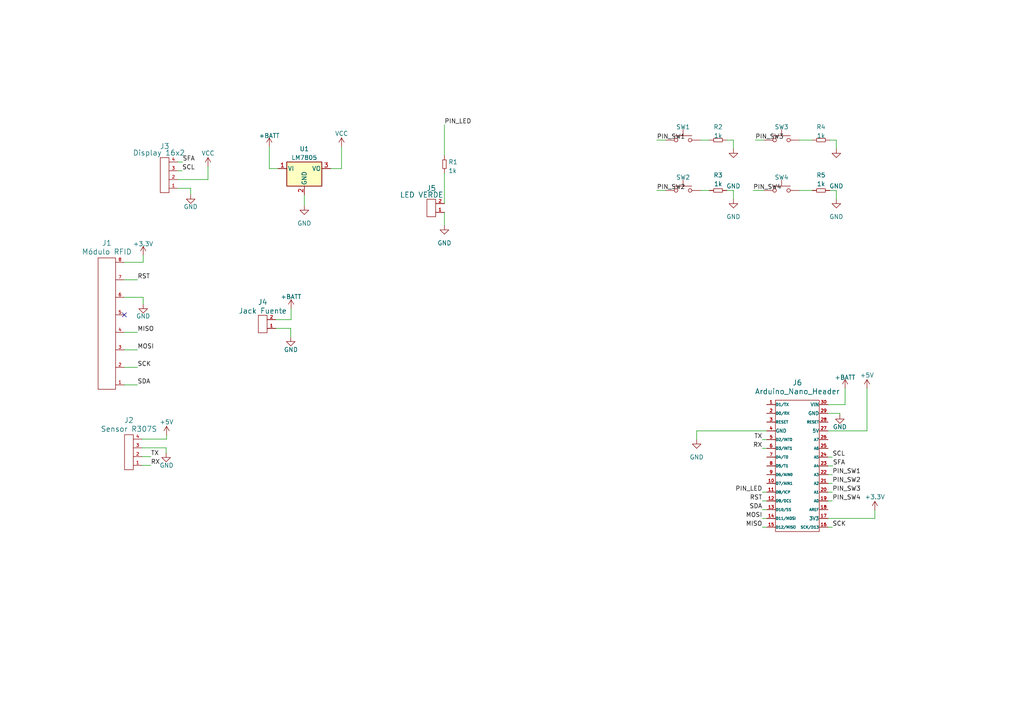
<source format=kicad_sch>
(kicad_sch (version 20230121) (generator eeschema)
  (paper "A4")
  (lib_symbols
    (symbol "EESTN5:Arduino_Nano_Header" (pin_names (offset 0.0254))
      (property "Reference" "J" (at 0 20.32 0))
      (property "Value" "Arduino_Nano_Header" (at 0 -20.32 0))
      (symbol "Arduino_Nano_Header_0_1"
        (rectangle (start 6.35 -19.05) (end -6.35 19.05))
      )
      (symbol "Arduino_Nano_Header_1_1"
        (pin passive line (at -8.89 17.78 0) (length 2.54) (name "D1/TX") (number "1"))
        (pin passive line (at -8.89 -5.08 0) (length 2.54) (name "D7/AIN1") (number "10"))
        (pin passive line (at -8.89 -7.62 0) (length 2.54) (name "D8/ICP") (number "11"))
        (pin passive line (at -8.89 -10.16 0) (length 2.54) (name "D9/0C1") (number "12"))
        (pin passive line (at -8.89 -12.7 0) (length 2.54) (name "D10/SS") (number "13"))
        (pin passive line (at -8.89 -15.24 0) (length 2.54) (name "D11/MOSI") (number "14"))
        (pin passive line (at -8.89 -17.78 0) (length 2.54) (name "D12/MISO") (number "15"))
        (pin passive line (at 8.89 -17.78 180) (length 2.54) (name "SCK/D13") (number "16"))
        (pin passive line (at 8.89 -15.24 180) (length 2.54) (name "3V3") (number "17"))
        (pin passive line (at 8.89 -12.7 180) (length 2.54) (name "AREF") (number "18"))
        (pin passive line (at 8.89 -10.16 180) (length 2.54) (name "A0") (number "19"))
        (pin passive line (at -8.89 15.24 0) (length 2.54) (name "D0/RX") (number "2"))
        (pin passive line (at 8.89 -7.62 180) (length 2.54) (name "A1") (number "20"))
        (pin passive line (at 8.89 -5.08 180) (length 2.54) (name "A2") (number "21"))
        (pin passive line (at 8.89 -2.54 180) (length 2.54) (name "A3") (number "22"))
        (pin passive line (at 8.89 0 180) (length 2.54) (name "A4") (number "23"))
        (pin passive line (at 8.89 2.54 180) (length 2.54) (name "A5") (number "24"))
        (pin passive line (at 8.89 5.08 180) (length 2.54) (name "A6") (number "25"))
        (pin passive line (at 8.89 7.62 180) (length 2.54) (name "A7") (number "26"))
        (pin passive line (at 8.89 10.16 180) (length 2.54) (name "5V") (number "27"))
        (pin passive line (at 8.89 12.7 180) (length 2.54) (name "RESET") (number "28"))
        (pin passive line (at 8.89 15.24 180) (length 2.54) (name "GND") (number "29"))
        (pin passive line (at -8.89 12.7 0) (length 2.54) (name "RESET") (number "3"))
        (pin passive line (at 8.89 17.78 180) (length 2.54) (name "VIN") (number "30"))
        (pin passive line (at -8.89 10.16 0) (length 2.54) (name "GND") (number "4"))
        (pin passive line (at -8.89 7.62 0) (length 2.54) (name "D2/INT0") (number "5"))
        (pin passive line (at -8.89 5.08 0) (length 2.54) (name "D3/INT1") (number "6"))
        (pin passive line (at -8.89 2.54 0) (length 2.54) (name "D4/T0") (number "7"))
        (pin passive line (at -8.89 0 0) (length 2.54) (name "D5/T1") (number "8"))
        (pin passive line (at -8.89 -2.54 0) (length 2.54) (name "D6/AIN0") (number "9"))
      )
    )
    (symbol "EESTN5:HEADER_2" (pin_names (offset 0))
      (property "Reference" "J" (at 1.27 3.81 0))
      (property "Value" "HEADER_2" (at 1.27 -5.08 0))
      (symbol "HEADER_2_0_1"
        (rectangle (start 0 2.54) (end 2.54 -2.54))
      )
      (symbol "HEADER_2_1_1"
        (pin passive line (at -2.54 1.27 0) (length 2.54) (name "~") (number "1"))
        (pin passive line (at -2.54 -1.27 0) (length 2.54) (name "~") (number "2"))
      )
    )
    (symbol "EESTN5:HEADER_4" (pin_names (offset 0))
      (property "Reference" "J" (at 0 6.35 0))
      (property "Value" "HEADER_4" (at 0 -6.35 0))
      (symbol "HEADER_4_0_1"
        (rectangle (start 2.54 5.08) (end 0 -5.08))
      )
      (symbol "HEADER_4_1_1"
        (pin passive line (at -2.54 3.81 0) (length 2.54) (name "~") (number "1"))
        (pin passive line (at -2.54 1.27 0) (length 2.54) (name "~") (number "2"))
        (pin passive line (at -2.54 -1.27 0) (length 2.54) (name "~") (number "3"))
        (pin passive line (at -2.54 -3.81 0) (length 2.54) (name "~") (number "4"))
      )
    )
    (symbol "EESTN5:HEADER_8" (pin_names (offset 0))
      (property "Reference" "J" (at 2.54 17.78 0))
      (property "Value" "HEADER_8" (at 1.27 -24.13 0))
      (symbol "HEADER_8_0_1"
        (rectangle (start 0 16.51) (end 5.08 -21.59))
      )
      (symbol "HEADER_8_1_1"
        (pin passive line (at -2.54 15.24 0) (length 2.54) (name "~") (number "1"))
        (pin passive line (at -2.54 10.16 0) (length 2.54) (name "~") (number "2"))
        (pin passive line (at -2.54 5.08 0) (length 2.54) (name "~") (number "3"))
        (pin passive line (at -2.54 0 0) (length 2.54) (name "~") (number "4"))
        (pin input line (at -2.54 -5.08 0) (length 2.54) (name "~") (number "5"))
        (pin input line (at -2.54 -10.16 0) (length 2.54) (name "~") (number "6"))
        (pin input line (at -2.54 -15.24 0) (length 2.54) (name "~") (number "7"))
        (pin input line (at -2.54 -20.32 0) (length 2.54) (name "~") (number "8"))
      )
    )
    (symbol "EESTN5:R" (pin_numbers hide) (pin_names (offset 0))
      (property "Reference" "R" (at -1.27 0 90))
      (property "Value" "R" (at 1.27 0 90))
      (symbol "R_0_1"
        (rectangle (start 0.508 1.27) (end -0.508 -1.27))
      )
      (symbol "R_1_1"
        (pin passive line (at 0 2.54 270) (length 1.27) (name "~") (number "1"))
        (pin passive line (at 0 -2.54 90) (length 1.27) (name "~") (number "2"))
      )
    )
    (symbol "EESTN5:SW_Push" (pin_numbers hide) (pin_names (offset 1.016) hide)
      (property "Reference" "SW" (at 1.27 2.54 0))
      (symbol "SW_Push_0_1"
        (circle (center -2.032 0) (radius 0.508))
        (polyline (pts (xy 0 1.27) (xy 0 3.048)))
        (polyline (pts (xy 2.54 1.27) (xy -2.54 1.27)))
        (circle (center 2.032 0) (radius 0.508))
        (pin passive line (at -5.08 0 0) (length 2.54) (name "1") (number "1"))
        (pin passive line (at 5.08 0 180) (length 2.54) (name "2") (number "2"))
      )
    )
    (symbol "Regulator_Linear:LM7805_TO220" (pin_names (offset 0.254))
      (property "Reference" "U" (at -3.81 3.175 0))
      (property "Value" "LM7805_TO220" (at 0 3.175 0))
      (symbol "LM7805_TO220_0_1"
        (rectangle (start -5.08 1.905) (end 5.08 -5.08) (stroke (width 0.254)) (fill (type background)))
      )
      (symbol "LM7805_TO220_1_1"
        (pin power_in line (at -7.62 0 0) (length 2.54) (name "VI") (number "1"))
        (pin power_in line (at 0 -7.62 90) (length 2.54) (name "GND") (number "2"))
        (pin power_out line (at 7.62 0 180) (length 2.54) (name "VO") (number "3"))
      )
    )
    (symbol "power:+3.3V" (power) (pin_names (offset 0))
      (property "Value" "+3.3V" (at 0 3.556 0))
      (symbol "+3.3V_0_1"
        (polyline (pts (xy -0.762 1.27) (xy 0 2.54)))
        (polyline (pts (xy 0 0) (xy 0 2.54)))
        (polyline (pts (xy 0 2.54) (xy 0.762 1.27)))
      )
      (symbol "+3.3V_1_1"
        (pin power_in line (at 0 0 90) (length 0) hide (name "+3.3V") (number "1"))
      )
    )
    (symbol "power:+5V" (power) (pin_names (offset 0))
      (property "Value" "+5V" (at 0 3.556 0))
      (symbol "+5V_0_1"
        (polyline (pts (xy -0.762 1.27) (xy 0 2.54)))
        (polyline (pts (xy 0 0) (xy 0 2.54)))
        (polyline (pts (xy 0 2.54) (xy 0.762 1.27)))
      )
      (symbol "+5V_1_1"
        (pin power_in line (at 0 0 90) (length 0) hide (name "+5V") (number "1"))
      )
    )
    (symbol "power:+BATT" (power) (pin_names (offset 0))
      (property "Value" "+BATT" (at 0 3.556 0))
      (symbol "+BATT_0_1"
        (polyline (pts (xy -0.762 1.27) (xy 0 2.54)))
        (polyline (pts (xy 0 0) (xy 0 2.54)))
        (polyline (pts (xy 0 2.54) (xy 0.762 1.27)))
      )
      (symbol "+BATT_1_1"
        (pin power_in line (at 0 0 90) (length 0) hide (name "+BATT") (number "1"))
      )
    )
    (symbol "power:GND" (power) (pin_names (offset 0))
      (property "Value" "GND" (at 0 -3.81 0))
      (symbol "GND_0_1"
        (polyline (pts (xy 0 0) (xy 0 -1.27) (xy 1.27 -1.27) (xy 0 -2.54) (xy -1.27 -1.27) (xy 0 -1.27)))
      )
      (symbol "GND_1_1"
        (pin power_in line (at 0 0 270) (length 0) hide (name "GND") (number "1"))
      )
    )
    (symbol "power:VCC" (power) (pin_names (offset 0))
      (property "Value" "VCC" (at 0 3.81 0))
      (symbol "VCC_0_1"
        (polyline (pts (xy -0.762 1.27) (xy 0 2.54)))
        (polyline (pts (xy 0 0) (xy 0 2.54)))
        (polyline (pts (xy 0 2.54) (xy 0.762 1.27)))
      )
      (symbol "VCC_1_1"
        (pin power_in line (at 0 0 90) (length 0) hide (name "VCC") (number "1"))
      )
    )
  )
  (no_connect (at 36.068 91.313))
  (wire (pts (xy 218.44 55.245) (xy 221.615 55.245)))
  (wire (pts (xy 80.01 95.25) (xy 84.328 95.25)))
  (wire (pts (xy 203.2 40.64) (xy 205.74 40.64)))
  (wire (pts (xy 190.5 55.245) (xy 193.04 55.245)))
  (wire (pts (xy 240.157 152.908) (xy 241.427 152.908)))
  (wire (pts (xy 222.377 124.968) (xy 202.057 124.968)))
  (wire (pts (xy 36.068 76.073) (xy 41.529 76.073)))
  (wire (pts (xy 242.57 55.245) (xy 242.57 57.785)))
  (wire (pts (xy 240.157 124.968) (xy 251.46 124.968)))
  (wire (pts (xy 36.068 111.633) (xy 39.878 111.633)))
  (wire (pts (xy 240.157 140.208) (xy 241.427 140.208)))
  (wire (pts (xy 222.377 127.508) (xy 221.107 127.508)))
  (wire (pts (xy 222.377 145.288) (xy 221.107 145.288)))
  (wire (pts (xy 242.57 40.64) (xy 242.57 43.18)))
  (wire (pts (xy 51.562 49.53) (xy 52.832 49.53)))
  (wire (pts (xy 190.5 40.64) (xy 193.04 40.64)))
  (wire (pts (xy 240.665 55.245) (xy 242.57 55.245)))
  (wire (pts (xy 222.377 142.748) (xy 221.107 142.748)))
  (wire (pts (xy 41.1988 127.3556) (xy 48.3108 127.3556)))
  (wire (pts (xy 240.157 137.668) (xy 241.427 137.668)))
  (wire (pts (xy 51.562 54.61) (xy 55.2958 54.61)))
  (wire (pts (xy 36.068 96.393) (xy 39.878 96.393)))
  (wire (pts (xy 41.1988 134.9756) (xy 43.7388 134.9756)))
  (wire (pts (xy 55.2958 54.61) (xy 55.2958 56.4642)))
  (wire (pts (xy 240.157 142.748) (xy 241.427 142.748)))
  (wire (pts (xy 48.3108 126.2126) (xy 48.3108 127.3556)))
  (wire (pts (xy 210.82 40.64) (xy 212.725 40.64)))
  (wire (pts (xy 51.562 46.99) (xy 52.959 46.99)))
  (wire (pts (xy 222.377 152.908) (xy 221.107 152.908)))
  (wire (pts (xy 88.265 56.515) (xy 88.265 59.69)))
  (wire (pts (xy 84.4296 89.5096) (xy 84.4296 92.71)))
  (wire (pts (xy 95.885 48.895) (xy 99.06 48.895)))
  (wire (pts (xy 99.06 48.895) (xy 99.06 42.545)))
  (wire (pts (xy 36.068 81.153) (xy 39.878 81.153)))
  (wire (pts (xy 41.1988 129.8956) (xy 48.1838 129.8956)))
  (wire (pts (xy 251.46 124.968) (xy 251.46 112.649)))
  (wire (pts (xy 80.645 48.895) (xy 78.105 48.895)))
  (wire (pts (xy 243.586 119.888) (xy 243.586 120.269)))
  (wire (pts (xy 240.157 145.288) (xy 241.427 145.288)))
  (wire (pts (xy 231.775 40.64) (xy 235.585 40.64)))
  (wire (pts (xy 80.01 92.71) (xy 84.4296 92.71)))
  (wire (pts (xy 212.725 40.64) (xy 212.725 43.18)))
  (wire (pts (xy 240.157 135.128) (xy 241.554 135.128)))
  (wire (pts (xy 222.377 147.828) (xy 221.107 147.828)))
  (wire (pts (xy 212.725 55.245) (xy 212.725 57.785)))
  (wire (pts (xy 231.775 55.245) (xy 235.585 55.245)))
  (wire (pts (xy 240.665 40.64) (xy 242.57 40.64)))
  (wire (pts (xy 41.529 86.233) (xy 41.529 88.265)))
  (wire (pts (xy 128.905 50.165) (xy 128.905 59.055)))
  (wire (pts (xy 60.325 52.07) (xy 51.562 52.07)))
  (wire (pts (xy 240.157 117.348) (xy 245.11 117.348)))
  (wire (pts (xy 240.157 150.368) (xy 253.746 150.368)))
  (wire (pts (xy 210.82 55.245) (xy 212.725 55.245)))
  (wire (pts (xy 202.057 124.968) (xy 202.057 127.508)))
  (wire (pts (xy 84.328 95.25) (xy 84.328 97.79)))
  (wire (pts (xy 36.068 106.553) (xy 39.878 106.553)))
  (wire (pts (xy 253.746 150.368) (xy 253.746 147.955)))
  (wire (pts (xy 36.068 101.473) (xy 39.878 101.473)))
  (wire (pts (xy 41.529 74.041) (xy 41.529 76.073)))
  (wire (pts (xy 240.157 119.888) (xy 243.586 119.888)))
  (wire (pts (xy 60.325 48.26) (xy 60.325 52.07)))
  (wire (pts (xy 240.157 132.588) (xy 241.427 132.588)))
  (wire (pts (xy 48.1838 129.8956) (xy 48.1838 131.4196)))
  (wire (pts (xy 203.2 55.245) (xy 205.74 55.245)))
  (wire (pts (xy 41.1988 132.4356) (xy 43.7388 132.4356)))
  (wire (pts (xy 222.377 150.368) (xy 221.107 150.368)))
  (wire (pts (xy 78.105 48.895) (xy 78.105 42.545)))
  (wire (pts (xy 245.11 112.649) (xy 245.11 117.348)))
  (wire (pts (xy 222.377 130.048) (xy 221.107 130.048)))
  (wire (pts (xy 36.068 86.233) (xy 41.529 86.233)))
  (wire (pts (xy 128.905 61.595) (xy 128.905 65.405)))
  (wire (pts (xy 128.905 36.195) (xy 128.905 45.085)))
  (wire (pts (xy 219.075 40.64) (xy 221.615 40.64)))
  (label "PIN_LED" (at 221.107 142.748 180))
  (label "PIN_SW1" (at 190.5 40.64 0))
  (label "MOSI" (at 221.107 150.368 180))
  (label "SDA" (at 39.878 111.633 0))
  (label "RX" (at 221.107 130.048 180))
  (label "SCL" (at 52.832 49.53 0))
  (label "RX" (at 43.7388 134.9756 0))
  (label "TX" (at 221.107 127.508 180))
  (label "PIN_SW2" (at 190.5 55.245 0))
  (label "PIN_SW1" (at 241.427 137.668 0))
  (label "RST" (at 221.107 145.288 180))
  (label "SCK" (at 241.427 152.908 0))
  (label "PIN_SW4" (at 241.427 145.288 0))
  (label "SCK" (at 39.878 106.553 0))
  (label "SFA" (at 241.554 135.128 0))
  (label "SFA" (at 52.959 46.99 0))
  (label "PIN_SW2" (at 241.427 140.208 0))
  (label "SCL" (at 241.427 132.588 0))
  (label "PIN_SW3" (at 219.075 40.64 0))
  (label "MISO" (at 39.878 96.393 0))
  (label "PIN_SW4" (at 218.44 55.245 0))
  (label "RST" (at 39.878 81.153 0))
  (label "MISO" (at 221.107 152.908 180))
  (label "PIN_SW3" (at 241.427 142.748 0))
  (label "MOSI" (at 39.878 101.473 0))
  (label "TX" (at 43.7388 132.4356 0))
  (label "PIN_LED" (at 128.905 36.195 0))
  (label "SDA" (at 221.107 147.828 180))
  (symbol (lib_id "power:GND") (at 212.725 43.18 0) (unit 1)
    (property "Reference" "#PWR014" (effects hide))
    (property "Value" "GND" (at 212.725 53.975 0))
  )
  (symbol (lib_id "power:GND") (at 128.905 65.405 0) (unit 1)
    (property "Reference" "#PWR012" (effects hide))
    (property "Value" "GND" (at 128.905 70.485 0))
  )
  (symbol (lib_id "power:+5V") (at 48.3108 126.2126 0) (unit 1)
    (property "Reference" "#PWR04" (effects hide))
    (property "Value" "+5V" (at 48.3108 122.4026 0))
  )
  (symbol (lib_id "EESTN5:SW_Push") (at 226.695 40.64 0) (unit 1)
    (property "Reference" "SW3" (at 226.695 36.83 0))
    (property "Value" "SW_Push" (effects hide))
    (property "Footprint" "EESTN5:BORNERA2_AZUL" (effects hide))
  )
  (symbol (lib_id "EESTN5:SW_Push") (at 198.12 55.245 0) (unit 1)
    (property "Reference" "SW2" (at 198.12 51.435 0))
    (property "Value" "SW_Push" (effects hide))
    (property "Footprint" "EESTN5:BORNERA2_AZUL" (effects hide))
  )
  (symbol (lib_id "EESTN5:R") (at 208.28 55.245 270) (unit 1)
    (property "Reference" "R3" (at 208.28 50.8 90))
    (property "Value" "1k" (at 208.28 53.34 90))
    (property "Footprint" "EESTN5:RES0.3" (effects hide))
  )
  (symbol (lib_id "power:GND") (at 55.2958 56.4642 0) (unit 1)
    (property "Reference" "#PWR05" (effects hide))
    (property "Value" "GND" (at 55.2958 59.9694 0))
  )
  (symbol (lib_id "Regulator_Linear:LM7805_TO220") (at 88.265 48.895 0) (unit 1)
    (property "Reference" "U1" (at 88.265 43.18 0))
    (property "Value" "LM7805" (at 88.265 45.72 0))
    (property "Footprint" "Package_TO_SOT_THT:TO-220-3_Vertical" (effects hide))
    (property "Datasheet" "https://www.onsemi.cn/PowerSolutions/document/MC7800-D.PDF" (effects hide))
  )
  (symbol (lib_id "power:+5V") (at 251.46 112.649 0) (unit 1)
    (property "Reference" "#PWR021" (effects hide))
    (property "Value" "+5V" (at 251.46 108.839 0))
  )
  (symbol (lib_id "EESTN5:HEADER_4") (at 49.022 50.8 180) (unit 1)
    (property "Reference" "J3" (at 47.752 42.418 0) (effects (font (size 1.524 1.524))))
    (property "Value" "Display 16x2" (at 46.101 44.323 0) (effects (font (size 1.524 1.524))))
    (property "Footprint" "EESTN5:pin_strip_4" (effects hide))
  )
  (symbol (lib_id "power:+3.3V") (at 253.746 147.955 0) (mirror y) (unit 1)
    (property "Reference" "#PWR020" (effects hide))
    (property "Value" "+3.3V" (at 253.746 144.145 0))
  )
  (symbol (lib_id "EESTN5:R") (at 208.28 40.64 90) (unit 1)
    (property "Reference" "R2" (at 208.28 36.83 90))
    (property "Value" "1k" (at 208.28 39.37 90))
    (property "Footprint" "EESTN5:RES0.3" (effects hide))
  )
  (symbol (lib_id "EESTN5:R") (at 128.905 47.625 0) (unit 1)
    (property "Reference" "R1" (at 130.048 46.99 0) (effects (justify left)))
    (property "Value" "1k" (at 130.048 49.53 0) (effects (justify left)))
    (property "Footprint" "EESTN5:RES0.3" (effects hide))
  )
  (symbol (lib_id "power:GND") (at 48.1838 131.4196 0) (unit 1)
    (property "Reference" "#PWR03" (effects hide))
    (property "Value" "GND" (at 48.3108 134.9756 0))
  )
  (symbol (lib_id "power:GND") (at 202.057 127.508 0) (unit 1)
    (property "Reference" "#PWR013" (effects hide))
    (property "Value" "GND" (at 202.057 132.588 0))
  )
  (symbol (lib_id "EESTN5:HEADER_4") (at 38.6588 131.1656 180) (unit 1)
    (property "Reference" "J2" (at 37.3888 121.8946 0) (effects (font (size 1.524 1.524))))
    (property "Value" "Sensor R307S" (at 37.3888 124.4346 0) (effects (font (size 1.524 1.524))))
    (property "Footprint" "EESTN5:pin_strip_4" (effects hide))
  )
  (symbol (lib_id "power:GND") (at 242.57 57.785 0) (unit 1)
    (property "Reference" "#PWR017" (effects hide))
    (property "Value" "GND" (at 242.57 62.865 0))
  )
  (symbol (lib_id "power:GND") (at 212.725 57.785 0) (unit 1)
    (property "Reference" "#PWR015" (effects hide))
    (property "Value" "GND" (at 212.725 62.865 0))
  )
  (symbol (lib_id "power:VCC") (at 99.06 42.545 0) (unit 1)
    (property "Reference" "#PWR011" (effects hide))
    (property "Value" "VCC" (at 99.06 38.735 0))
  )
  (symbol (lib_id "EESTN5:HEADER_8") (at 33.528 96.393 180) (unit 1)
    (property "Reference" "J1" (at 30.988 70.485 0) (effects (font (size 1.524 1.524))))
    (property "Value" "Módulo RFID" (at 30.988 73.025 0) (effects (font (size 1.524 1.524))))
    (property "Footprint" "EESTN5:Pin_Header_Straight_1x08" (effects hide))
  )
  (symbol (lib_id "power:+BATT") (at 84.4296 89.5096 0) (unit 1)
    (property "Reference" "#PWR09" (effects hide))
    (property "Value" "+BATT" (at 84.4296 86.0806 0))
  )
  (symbol (lib_id "power:+BATT") (at 245.11 112.649 0) (unit 1)
    (property "Reference" "#PWR019" (effects hide))
    (property "Value" "+BATT" (at 245.11 109.474 0))
  )
  (symbol (lib_id "EESTN5:SW_Push") (at 198.12 40.64 0) (unit 1)
    (property "Reference" "SW1" (at 198.12 36.83 0))
    (property "Value" "SW_Push" (effects hide))
    (property "Footprint" "EESTN5:BORNERA2_AZUL" (effects hide))
  )
  (symbol (lib_id "EESTN5:HEADER_2") (at 126.365 60.325 180) (unit 1)
    (property "Reference" "J5" (at 125.095 54.61 0) (effects (font (size 1.524 1.524))))
    (property "Value" "LED VERDE" (at 122.301 56.515 0) (effects (font (size 1.524 1.524))))
    (property "Footprint" "EESTN5:BORNERA2_AZUL" (effects hide))
  )
  (symbol (lib_id "power:VCC") (at 60.325 48.26 0) (unit 1)
    (property "Reference" "#PWR06" (effects hide))
    (property "Value" "VCC" (at 60.325 44.45 0))
  )
  (symbol (lib_id "power:+BATT") (at 78.105 42.545 0) (unit 1)
    (property "Reference" "#PWR07" (effects hide))
    (property "Value" "+BATT" (at 78.105 39.37 0))
  )
  (symbol (lib_id "power:GND") (at 243.586 120.269 0) (unit 1)
    (property "Reference" "#PWR018" (effects hide))
    (property "Value" "GND" (at 243.586 123.825 0))
  )
  (symbol (lib_id "power:GND") (at 41.529 88.265 0) (unit 1)
    (property "Reference" "#PWR02" (effects hide))
    (property "Value" "GND" (at 41.529 91.694 0))
  )
  (symbol (lib_id "EESTN5:R") (at 238.125 40.64 270) (unit 1)
    (property "Reference" "R4" (at 238.125 36.83 90))
    (property "Value" "1k" (at 238.125 39.37 90))
    (property "Footprint" "EESTN5:RES0.3" (effects hide))
  )
  (symbol (lib_id "EESTN5:R") (at 238.125 55.245 90) (unit 1)
    (property "Reference" "R5" (at 238.125 50.8 90))
    (property "Value" "1k" (at 238.125 53.34 90))
    (property "Footprint" "EESTN5:RES0.3" (effects hide))
  )
  (symbol (lib_id "EESTN5:HEADER_2") (at 77.47 93.98 180) (unit 1)
    (property "Reference" "J4" (at 76.2 87.63 0) (effects (font (size 1.524 1.524))))
    (property "Value" "Jack Fuente" (at 76.2 90.17 0) (effects (font (size 1.524 1.524))))
    (property "Footprint" "EESTN5:BORNERA2_AZUL" (effects hide))
  )
  (symbol (lib_id "power:GND") (at 84.328 97.79 0) (unit 1)
    (property "Reference" "#PWR08" (effects hide))
    (property "Value" "GND" (at 84.3788 101.4222 0))
  )
  (symbol (lib_id "EESTN5:SW_Push") (at 226.695 55.245 0) (unit 1)
    (property "Reference" "SW4" (at 226.695 51.435 0))
    (property "Value" "SW_Push" (effects hide))
    (property "Footprint" "EESTN5:BORNERA2_AZUL" (effects hide))
  )
  (symbol (lib_id "power:GND") (at 88.265 59.69 0) (unit 1)
    (property "Reference" "#PWR010" (effects hide))
    (property "Value" "GND" (at 88.265 64.77 0))
  )
  (symbol (lib_id "power:GND") (at 242.57 43.18 0) (unit 1)
    (property "Reference" "#PWR016" (effects hide))
    (property "Value" "GND" (at 242.57 53.975 0))
  )
  (symbol (lib_id "EESTN5:Arduino_Nano_Header") (at 231.267 135.128 0) (unit 1)
    (property "Reference" "J6" (at 231.267 110.998 0) (effects (font (size 1.524 1.524))))
    (property "Value" "Arduino_Nano_Header" (at 231.267 113.538 0) (effects (font (size 1.524 1.524))))
    (property "Footprint" "EESTN5:arduino_nano_header" (effects hide))
  )
  (symbol (lib_id "power:+3.3V") (at 41.529 74.041 0) (unit 1)
    (property "Reference" "#PWR01" (effects hide))
    (property "Value" "+3.3V" (at 41.529 70.739 0))
  )
)
</source>
